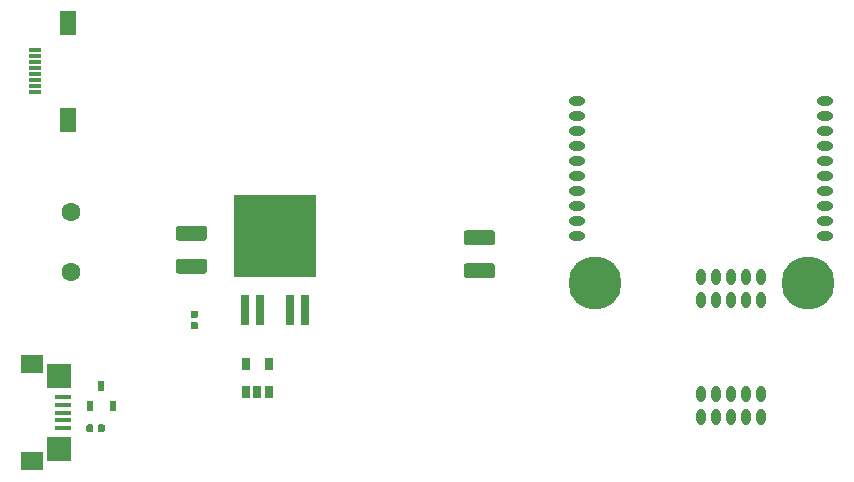
<source format=gbr>
G04 #@! TF.GenerationSoftware,KiCad,Pcbnew,(5.1.4)-1*
G04 #@! TF.CreationDate,2019-11-19T10:04:28+09:00*
G04 #@! TF.ProjectId,signaltowr_hikarikensyutu,7369676e-616c-4746-9f77-725f68696b61,rev?*
G04 #@! TF.SameCoordinates,Original*
G04 #@! TF.FileFunction,Soldermask,Top*
G04 #@! TF.FilePolarity,Negative*
%FSLAX46Y46*%
G04 Gerber Fmt 4.6, Leading zero omitted, Abs format (unit mm)*
G04 Created by KiCad (PCBNEW (5.1.4)-1) date 2019-11-19 10:04:28*
%MOMM*%
%LPD*%
G04 APERTURE LIST*
%ADD10C,1.600000*%
%ADD11R,7.000000X7.000000*%
%ADD12R,0.760000X2.500000*%
%ADD13R,0.600000X0.900000*%
%ADD14R,1.350000X0.400000*%
%ADD15R,1.900000X1.600000*%
%ADD16R,2.000000X2.100000*%
%ADD17C,4.500000*%
%ADD18O,0.800000X1.400000*%
%ADD19O,1.400000X0.800000*%
%ADD20R,0.800000X1.000000*%
%ADD21R,0.700000X1.000000*%
%ADD22C,0.100000*%
%ADD23C,0.590000*%
%ADD24R,1.050000X0.350000*%
%ADD25R,1.350000X2.000000*%
%ADD26C,1.250000*%
G04 APERTURE END LIST*
D10*
X96266000Y-75946000D03*
X96266000Y-81026000D03*
D11*
X113538000Y-77978000D03*
D12*
X112268000Y-84228000D03*
X110998000Y-84228000D03*
X116078000Y-84228000D03*
X114808000Y-84228000D03*
D13*
X98806000Y-90678000D03*
X99756000Y-92378000D03*
X97856000Y-92378000D03*
D14*
X95575000Y-92262000D03*
X95575000Y-92912000D03*
X95575000Y-93562000D03*
X95575000Y-91612000D03*
D15*
X92900000Y-97012000D03*
D16*
X95250000Y-96012000D03*
D15*
X92900000Y-88812000D03*
D14*
X95575000Y-94212000D03*
D16*
X95250000Y-89812000D03*
D17*
X140606000Y-81923000D03*
X158606000Y-81923000D03*
D18*
X149606000Y-81463000D03*
X150876000Y-81463000D03*
X152146000Y-81463000D03*
X153416000Y-81463000D03*
X154686000Y-81463000D03*
X149606000Y-83383000D03*
X150876000Y-83383000D03*
X152146000Y-83383000D03*
X153416000Y-83383000D03*
X154686000Y-83383000D03*
D19*
X160091000Y-77978000D03*
X160091000Y-76708000D03*
X160091000Y-75438000D03*
X160091000Y-74168000D03*
X160091000Y-72898000D03*
X160091000Y-71628000D03*
X160091000Y-70358000D03*
X160091000Y-69088000D03*
X139121000Y-77978000D03*
X139121000Y-76708000D03*
X139121000Y-75438000D03*
X139121000Y-74168000D03*
X139121000Y-72898000D03*
X139121000Y-71628000D03*
X139121000Y-70358000D03*
X139121000Y-69088000D03*
X139121000Y-67818000D03*
X139121000Y-66548000D03*
X160091000Y-67818000D03*
X160091000Y-66548000D03*
D20*
X111014000Y-88786000D03*
X113014000Y-88786000D03*
X113014000Y-91186000D03*
X111014000Y-91186000D03*
D21*
X112014000Y-91186000D03*
D22*
G36*
X106866958Y-85257710D02*
G01*
X106881276Y-85259834D01*
X106895317Y-85263351D01*
X106908946Y-85268228D01*
X106922031Y-85274417D01*
X106934447Y-85281858D01*
X106946073Y-85290481D01*
X106956798Y-85300202D01*
X106966519Y-85310927D01*
X106975142Y-85322553D01*
X106982583Y-85334969D01*
X106988772Y-85348054D01*
X106993649Y-85361683D01*
X106997166Y-85375724D01*
X106999290Y-85390042D01*
X107000000Y-85404500D01*
X107000000Y-85699500D01*
X106999290Y-85713958D01*
X106997166Y-85728276D01*
X106993649Y-85742317D01*
X106988772Y-85755946D01*
X106982583Y-85769031D01*
X106975142Y-85781447D01*
X106966519Y-85793073D01*
X106956798Y-85803798D01*
X106946073Y-85813519D01*
X106934447Y-85822142D01*
X106922031Y-85829583D01*
X106908946Y-85835772D01*
X106895317Y-85840649D01*
X106881276Y-85844166D01*
X106866958Y-85846290D01*
X106852500Y-85847000D01*
X106507500Y-85847000D01*
X106493042Y-85846290D01*
X106478724Y-85844166D01*
X106464683Y-85840649D01*
X106451054Y-85835772D01*
X106437969Y-85829583D01*
X106425553Y-85822142D01*
X106413927Y-85813519D01*
X106403202Y-85803798D01*
X106393481Y-85793073D01*
X106384858Y-85781447D01*
X106377417Y-85769031D01*
X106371228Y-85755946D01*
X106366351Y-85742317D01*
X106362834Y-85728276D01*
X106360710Y-85713958D01*
X106360000Y-85699500D01*
X106360000Y-85404500D01*
X106360710Y-85390042D01*
X106362834Y-85375724D01*
X106366351Y-85361683D01*
X106371228Y-85348054D01*
X106377417Y-85334969D01*
X106384858Y-85322553D01*
X106393481Y-85310927D01*
X106403202Y-85300202D01*
X106413927Y-85290481D01*
X106425553Y-85281858D01*
X106437969Y-85274417D01*
X106451054Y-85268228D01*
X106464683Y-85263351D01*
X106478724Y-85259834D01*
X106493042Y-85257710D01*
X106507500Y-85257000D01*
X106852500Y-85257000D01*
X106866958Y-85257710D01*
X106866958Y-85257710D01*
G37*
D23*
X106680000Y-85552000D03*
D22*
G36*
X106866958Y-84287710D02*
G01*
X106881276Y-84289834D01*
X106895317Y-84293351D01*
X106908946Y-84298228D01*
X106922031Y-84304417D01*
X106934447Y-84311858D01*
X106946073Y-84320481D01*
X106956798Y-84330202D01*
X106966519Y-84340927D01*
X106975142Y-84352553D01*
X106982583Y-84364969D01*
X106988772Y-84378054D01*
X106993649Y-84391683D01*
X106997166Y-84405724D01*
X106999290Y-84420042D01*
X107000000Y-84434500D01*
X107000000Y-84729500D01*
X106999290Y-84743958D01*
X106997166Y-84758276D01*
X106993649Y-84772317D01*
X106988772Y-84785946D01*
X106982583Y-84799031D01*
X106975142Y-84811447D01*
X106966519Y-84823073D01*
X106956798Y-84833798D01*
X106946073Y-84843519D01*
X106934447Y-84852142D01*
X106922031Y-84859583D01*
X106908946Y-84865772D01*
X106895317Y-84870649D01*
X106881276Y-84874166D01*
X106866958Y-84876290D01*
X106852500Y-84877000D01*
X106507500Y-84877000D01*
X106493042Y-84876290D01*
X106478724Y-84874166D01*
X106464683Y-84870649D01*
X106451054Y-84865772D01*
X106437969Y-84859583D01*
X106425553Y-84852142D01*
X106413927Y-84843519D01*
X106403202Y-84833798D01*
X106393481Y-84823073D01*
X106384858Y-84811447D01*
X106377417Y-84799031D01*
X106371228Y-84785946D01*
X106366351Y-84772317D01*
X106362834Y-84758276D01*
X106360710Y-84743958D01*
X106360000Y-84729500D01*
X106360000Y-84434500D01*
X106360710Y-84420042D01*
X106362834Y-84405724D01*
X106366351Y-84391683D01*
X106371228Y-84378054D01*
X106377417Y-84364969D01*
X106384858Y-84352553D01*
X106393481Y-84340927D01*
X106403202Y-84330202D01*
X106413927Y-84320481D01*
X106425553Y-84311858D01*
X106437969Y-84304417D01*
X106451054Y-84298228D01*
X106464683Y-84293351D01*
X106478724Y-84289834D01*
X106493042Y-84287710D01*
X106507500Y-84287000D01*
X106852500Y-84287000D01*
X106866958Y-84287710D01*
X106866958Y-84287710D01*
G37*
D23*
X106680000Y-84582000D03*
D22*
G36*
X98967958Y-93914710D02*
G01*
X98982276Y-93916834D01*
X98996317Y-93920351D01*
X99009946Y-93925228D01*
X99023031Y-93931417D01*
X99035447Y-93938858D01*
X99047073Y-93947481D01*
X99057798Y-93957202D01*
X99067519Y-93967927D01*
X99076142Y-93979553D01*
X99083583Y-93991969D01*
X99089772Y-94005054D01*
X99094649Y-94018683D01*
X99098166Y-94032724D01*
X99100290Y-94047042D01*
X99101000Y-94061500D01*
X99101000Y-94406500D01*
X99100290Y-94420958D01*
X99098166Y-94435276D01*
X99094649Y-94449317D01*
X99089772Y-94462946D01*
X99083583Y-94476031D01*
X99076142Y-94488447D01*
X99067519Y-94500073D01*
X99057798Y-94510798D01*
X99047073Y-94520519D01*
X99035447Y-94529142D01*
X99023031Y-94536583D01*
X99009946Y-94542772D01*
X98996317Y-94547649D01*
X98982276Y-94551166D01*
X98967958Y-94553290D01*
X98953500Y-94554000D01*
X98658500Y-94554000D01*
X98644042Y-94553290D01*
X98629724Y-94551166D01*
X98615683Y-94547649D01*
X98602054Y-94542772D01*
X98588969Y-94536583D01*
X98576553Y-94529142D01*
X98564927Y-94520519D01*
X98554202Y-94510798D01*
X98544481Y-94500073D01*
X98535858Y-94488447D01*
X98528417Y-94476031D01*
X98522228Y-94462946D01*
X98517351Y-94449317D01*
X98513834Y-94435276D01*
X98511710Y-94420958D01*
X98511000Y-94406500D01*
X98511000Y-94061500D01*
X98511710Y-94047042D01*
X98513834Y-94032724D01*
X98517351Y-94018683D01*
X98522228Y-94005054D01*
X98528417Y-93991969D01*
X98535858Y-93979553D01*
X98544481Y-93967927D01*
X98554202Y-93957202D01*
X98564927Y-93947481D01*
X98576553Y-93938858D01*
X98588969Y-93931417D01*
X98602054Y-93925228D01*
X98615683Y-93920351D01*
X98629724Y-93916834D01*
X98644042Y-93914710D01*
X98658500Y-93914000D01*
X98953500Y-93914000D01*
X98967958Y-93914710D01*
X98967958Y-93914710D01*
G37*
D23*
X98806000Y-94234000D03*
D22*
G36*
X97997958Y-93914710D02*
G01*
X98012276Y-93916834D01*
X98026317Y-93920351D01*
X98039946Y-93925228D01*
X98053031Y-93931417D01*
X98065447Y-93938858D01*
X98077073Y-93947481D01*
X98087798Y-93957202D01*
X98097519Y-93967927D01*
X98106142Y-93979553D01*
X98113583Y-93991969D01*
X98119772Y-94005054D01*
X98124649Y-94018683D01*
X98128166Y-94032724D01*
X98130290Y-94047042D01*
X98131000Y-94061500D01*
X98131000Y-94406500D01*
X98130290Y-94420958D01*
X98128166Y-94435276D01*
X98124649Y-94449317D01*
X98119772Y-94462946D01*
X98113583Y-94476031D01*
X98106142Y-94488447D01*
X98097519Y-94500073D01*
X98087798Y-94510798D01*
X98077073Y-94520519D01*
X98065447Y-94529142D01*
X98053031Y-94536583D01*
X98039946Y-94542772D01*
X98026317Y-94547649D01*
X98012276Y-94551166D01*
X97997958Y-94553290D01*
X97983500Y-94554000D01*
X97688500Y-94554000D01*
X97674042Y-94553290D01*
X97659724Y-94551166D01*
X97645683Y-94547649D01*
X97632054Y-94542772D01*
X97618969Y-94536583D01*
X97606553Y-94529142D01*
X97594927Y-94520519D01*
X97584202Y-94510798D01*
X97574481Y-94500073D01*
X97565858Y-94488447D01*
X97558417Y-94476031D01*
X97552228Y-94462946D01*
X97547351Y-94449317D01*
X97543834Y-94435276D01*
X97541710Y-94420958D01*
X97541000Y-94406500D01*
X97541000Y-94061500D01*
X97541710Y-94047042D01*
X97543834Y-94032724D01*
X97547351Y-94018683D01*
X97552228Y-94005054D01*
X97558417Y-93991969D01*
X97565858Y-93979553D01*
X97574481Y-93967927D01*
X97584202Y-93957202D01*
X97594927Y-93947481D01*
X97606553Y-93938858D01*
X97618969Y-93931417D01*
X97632054Y-93925228D01*
X97645683Y-93920351D01*
X97659724Y-93916834D01*
X97674042Y-93914710D01*
X97688500Y-93914000D01*
X97983500Y-93914000D01*
X97997958Y-93914710D01*
X97997958Y-93914710D01*
G37*
D23*
X97836000Y-94234000D03*
D18*
X149606000Y-91369000D03*
X150876000Y-91369000D03*
X152146000Y-91369000D03*
X153416000Y-91369000D03*
X154686000Y-91369000D03*
X154686000Y-93289000D03*
X149606000Y-93289000D03*
X150876000Y-93289000D03*
X153416000Y-93289000D03*
X152146000Y-93289000D03*
D24*
X93218000Y-65746000D03*
X93218000Y-65246000D03*
X93218000Y-64746000D03*
X93218000Y-64246000D03*
X93218000Y-62246000D03*
X93218000Y-62746000D03*
X93218000Y-63246000D03*
X93218000Y-63746000D03*
D25*
X95968000Y-59896000D03*
X95968000Y-68096000D03*
D22*
G36*
X131909504Y-77478204D02*
G01*
X131933773Y-77481804D01*
X131957571Y-77487765D01*
X131980671Y-77496030D01*
X132002849Y-77506520D01*
X132023893Y-77519133D01*
X132043598Y-77533747D01*
X132061777Y-77550223D01*
X132078253Y-77568402D01*
X132092867Y-77588107D01*
X132105480Y-77609151D01*
X132115970Y-77631329D01*
X132124235Y-77654429D01*
X132130196Y-77678227D01*
X132133796Y-77702496D01*
X132135000Y-77727000D01*
X132135000Y-78477000D01*
X132133796Y-78501504D01*
X132130196Y-78525773D01*
X132124235Y-78549571D01*
X132115970Y-78572671D01*
X132105480Y-78594849D01*
X132092867Y-78615893D01*
X132078253Y-78635598D01*
X132061777Y-78653777D01*
X132043598Y-78670253D01*
X132023893Y-78684867D01*
X132002849Y-78697480D01*
X131980671Y-78707970D01*
X131957571Y-78716235D01*
X131933773Y-78722196D01*
X131909504Y-78725796D01*
X131885000Y-78727000D01*
X129735000Y-78727000D01*
X129710496Y-78725796D01*
X129686227Y-78722196D01*
X129662429Y-78716235D01*
X129639329Y-78707970D01*
X129617151Y-78697480D01*
X129596107Y-78684867D01*
X129576402Y-78670253D01*
X129558223Y-78653777D01*
X129541747Y-78635598D01*
X129527133Y-78615893D01*
X129514520Y-78594849D01*
X129504030Y-78572671D01*
X129495765Y-78549571D01*
X129489804Y-78525773D01*
X129486204Y-78501504D01*
X129485000Y-78477000D01*
X129485000Y-77727000D01*
X129486204Y-77702496D01*
X129489804Y-77678227D01*
X129495765Y-77654429D01*
X129504030Y-77631329D01*
X129514520Y-77609151D01*
X129527133Y-77588107D01*
X129541747Y-77568402D01*
X129558223Y-77550223D01*
X129576402Y-77533747D01*
X129596107Y-77519133D01*
X129617151Y-77506520D01*
X129639329Y-77496030D01*
X129662429Y-77487765D01*
X129686227Y-77481804D01*
X129710496Y-77478204D01*
X129735000Y-77477000D01*
X131885000Y-77477000D01*
X131909504Y-77478204D01*
X131909504Y-77478204D01*
G37*
D26*
X130810000Y-78102000D03*
D22*
G36*
X131909504Y-80278204D02*
G01*
X131933773Y-80281804D01*
X131957571Y-80287765D01*
X131980671Y-80296030D01*
X132002849Y-80306520D01*
X132023893Y-80319133D01*
X132043598Y-80333747D01*
X132061777Y-80350223D01*
X132078253Y-80368402D01*
X132092867Y-80388107D01*
X132105480Y-80409151D01*
X132115970Y-80431329D01*
X132124235Y-80454429D01*
X132130196Y-80478227D01*
X132133796Y-80502496D01*
X132135000Y-80527000D01*
X132135000Y-81277000D01*
X132133796Y-81301504D01*
X132130196Y-81325773D01*
X132124235Y-81349571D01*
X132115970Y-81372671D01*
X132105480Y-81394849D01*
X132092867Y-81415893D01*
X132078253Y-81435598D01*
X132061777Y-81453777D01*
X132043598Y-81470253D01*
X132023893Y-81484867D01*
X132002849Y-81497480D01*
X131980671Y-81507970D01*
X131957571Y-81516235D01*
X131933773Y-81522196D01*
X131909504Y-81525796D01*
X131885000Y-81527000D01*
X129735000Y-81527000D01*
X129710496Y-81525796D01*
X129686227Y-81522196D01*
X129662429Y-81516235D01*
X129639329Y-81507970D01*
X129617151Y-81497480D01*
X129596107Y-81484867D01*
X129576402Y-81470253D01*
X129558223Y-81453777D01*
X129541747Y-81435598D01*
X129527133Y-81415893D01*
X129514520Y-81394849D01*
X129504030Y-81372671D01*
X129495765Y-81349571D01*
X129489804Y-81325773D01*
X129486204Y-81301504D01*
X129485000Y-81277000D01*
X129485000Y-80527000D01*
X129486204Y-80502496D01*
X129489804Y-80478227D01*
X129495765Y-80454429D01*
X129504030Y-80431329D01*
X129514520Y-80409151D01*
X129527133Y-80388107D01*
X129541747Y-80368402D01*
X129558223Y-80350223D01*
X129576402Y-80333747D01*
X129596107Y-80319133D01*
X129617151Y-80306520D01*
X129639329Y-80296030D01*
X129662429Y-80287765D01*
X129686227Y-80281804D01*
X129710496Y-80278204D01*
X129735000Y-80277000D01*
X131885000Y-80277000D01*
X131909504Y-80278204D01*
X131909504Y-80278204D01*
G37*
D26*
X130810000Y-80902000D03*
D22*
G36*
X107525504Y-77100204D02*
G01*
X107549773Y-77103804D01*
X107573571Y-77109765D01*
X107596671Y-77118030D01*
X107618849Y-77128520D01*
X107639893Y-77141133D01*
X107659598Y-77155747D01*
X107677777Y-77172223D01*
X107694253Y-77190402D01*
X107708867Y-77210107D01*
X107721480Y-77231151D01*
X107731970Y-77253329D01*
X107740235Y-77276429D01*
X107746196Y-77300227D01*
X107749796Y-77324496D01*
X107751000Y-77349000D01*
X107751000Y-78099000D01*
X107749796Y-78123504D01*
X107746196Y-78147773D01*
X107740235Y-78171571D01*
X107731970Y-78194671D01*
X107721480Y-78216849D01*
X107708867Y-78237893D01*
X107694253Y-78257598D01*
X107677777Y-78275777D01*
X107659598Y-78292253D01*
X107639893Y-78306867D01*
X107618849Y-78319480D01*
X107596671Y-78329970D01*
X107573571Y-78338235D01*
X107549773Y-78344196D01*
X107525504Y-78347796D01*
X107501000Y-78349000D01*
X105351000Y-78349000D01*
X105326496Y-78347796D01*
X105302227Y-78344196D01*
X105278429Y-78338235D01*
X105255329Y-78329970D01*
X105233151Y-78319480D01*
X105212107Y-78306867D01*
X105192402Y-78292253D01*
X105174223Y-78275777D01*
X105157747Y-78257598D01*
X105143133Y-78237893D01*
X105130520Y-78216849D01*
X105120030Y-78194671D01*
X105111765Y-78171571D01*
X105105804Y-78147773D01*
X105102204Y-78123504D01*
X105101000Y-78099000D01*
X105101000Y-77349000D01*
X105102204Y-77324496D01*
X105105804Y-77300227D01*
X105111765Y-77276429D01*
X105120030Y-77253329D01*
X105130520Y-77231151D01*
X105143133Y-77210107D01*
X105157747Y-77190402D01*
X105174223Y-77172223D01*
X105192402Y-77155747D01*
X105212107Y-77141133D01*
X105233151Y-77128520D01*
X105255329Y-77118030D01*
X105278429Y-77109765D01*
X105302227Y-77103804D01*
X105326496Y-77100204D01*
X105351000Y-77099000D01*
X107501000Y-77099000D01*
X107525504Y-77100204D01*
X107525504Y-77100204D01*
G37*
D26*
X106426000Y-77724000D03*
D22*
G36*
X107525504Y-79900204D02*
G01*
X107549773Y-79903804D01*
X107573571Y-79909765D01*
X107596671Y-79918030D01*
X107618849Y-79928520D01*
X107639893Y-79941133D01*
X107659598Y-79955747D01*
X107677777Y-79972223D01*
X107694253Y-79990402D01*
X107708867Y-80010107D01*
X107721480Y-80031151D01*
X107731970Y-80053329D01*
X107740235Y-80076429D01*
X107746196Y-80100227D01*
X107749796Y-80124496D01*
X107751000Y-80149000D01*
X107751000Y-80899000D01*
X107749796Y-80923504D01*
X107746196Y-80947773D01*
X107740235Y-80971571D01*
X107731970Y-80994671D01*
X107721480Y-81016849D01*
X107708867Y-81037893D01*
X107694253Y-81057598D01*
X107677777Y-81075777D01*
X107659598Y-81092253D01*
X107639893Y-81106867D01*
X107618849Y-81119480D01*
X107596671Y-81129970D01*
X107573571Y-81138235D01*
X107549773Y-81144196D01*
X107525504Y-81147796D01*
X107501000Y-81149000D01*
X105351000Y-81149000D01*
X105326496Y-81147796D01*
X105302227Y-81144196D01*
X105278429Y-81138235D01*
X105255329Y-81129970D01*
X105233151Y-81119480D01*
X105212107Y-81106867D01*
X105192402Y-81092253D01*
X105174223Y-81075777D01*
X105157747Y-81057598D01*
X105143133Y-81037893D01*
X105130520Y-81016849D01*
X105120030Y-80994671D01*
X105111765Y-80971571D01*
X105105804Y-80947773D01*
X105102204Y-80923504D01*
X105101000Y-80899000D01*
X105101000Y-80149000D01*
X105102204Y-80124496D01*
X105105804Y-80100227D01*
X105111765Y-80076429D01*
X105120030Y-80053329D01*
X105130520Y-80031151D01*
X105143133Y-80010107D01*
X105157747Y-79990402D01*
X105174223Y-79972223D01*
X105192402Y-79955747D01*
X105212107Y-79941133D01*
X105233151Y-79928520D01*
X105255329Y-79918030D01*
X105278429Y-79909765D01*
X105302227Y-79903804D01*
X105326496Y-79900204D01*
X105351000Y-79899000D01*
X107501000Y-79899000D01*
X107525504Y-79900204D01*
X107525504Y-79900204D01*
G37*
D26*
X106426000Y-80524000D03*
M02*

</source>
